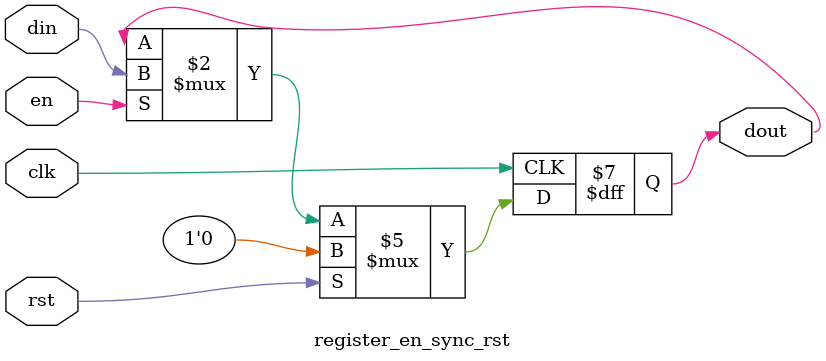
<source format=sv>

`timescale 1ns / 1ps

module register_en_sync_rst #(
    parameter integer             WIDTH     = 1,
    parameter logic   [WIDTH-1:0] RESET_VAL = '0
) (
    input logic clk,
    input logic rst,
    input logic en,

    input  logic [WIDTH-1:0] din,
    output logic [WIDTH-1:0] dout
);

  always_ff @(posedge clk) begin
    if (rst) begin
      dout <= RESET_VAL;
    end else if (en) begin
      dout <= din;
    end
  end

endmodule

</source>
